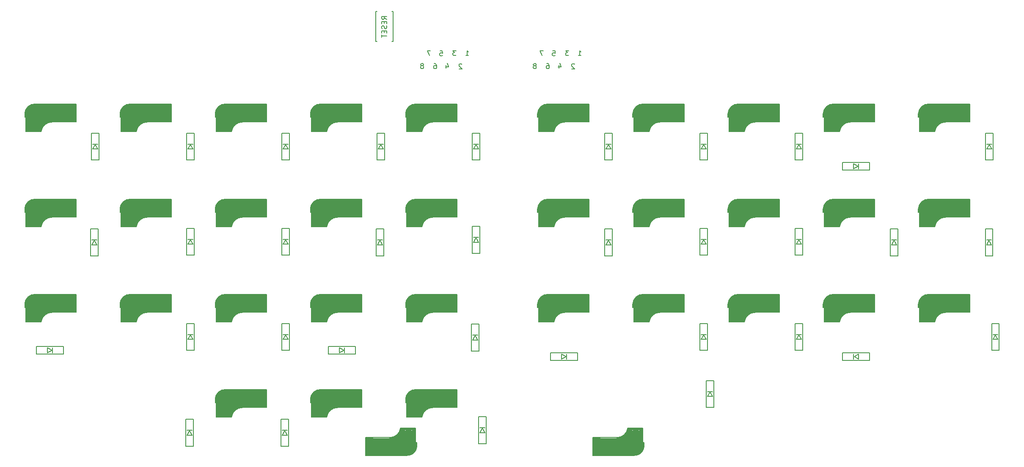
<source format=gbr>
G04 #@! TF.GenerationSoftware,KiCad,Pcbnew,(5.1.9)-1*
G04 #@! TF.CreationDate,2021-01-26T21:27:30-05:00*
G04 #@! TF.ProjectId,reviung34-split-L,72657669-756e-4673-9334-2d73706c6974,2.0*
G04 #@! TF.SameCoordinates,Original*
G04 #@! TF.FileFunction,Legend,Bot*
G04 #@! TF.FilePolarity,Positive*
%FSLAX46Y46*%
G04 Gerber Fmt 4.6, Leading zero omitted, Abs format (unit mm)*
G04 Created by KiCad (PCBNEW (5.1.9)-1) date 2021-01-26 21:27:30*
%MOMM*%
%LPD*%
G01*
G04 APERTURE LIST*
%ADD10C,0.150000*%
%ADD11C,1.000000*%
%ADD12C,0.400000*%
%ADD13C,0.500000*%
%ADD14C,3.500000*%
%ADD15C,3.000000*%
%ADD16C,0.800000*%
%ADD17C,0.300000*%
G04 APERTURE END LIST*
D10*
X131091318Y-140071471D02*
G75*
G02*
X128875000Y-141950000I-2151318J291471D01*
G01*
X134375000Y-143649999D02*
G75*
G02*
X132275001Y-145550000I-2000000J99999D01*
G01*
D11*
X131491318Y-140471471D02*
G75*
G02*
X129275000Y-142350000I-2151318J291471D01*
G01*
D12*
X124225000Y-145350000D02*
X125475000Y-145350000D01*
D13*
X133925000Y-140250000D02*
X131475000Y-140250000D01*
D10*
X124075000Y-145550000D02*
X132275001Y-145550000D01*
X128875000Y-141950000D02*
X124075000Y-141950000D01*
X134125000Y-140050000D02*
X131095000Y-140050000D01*
X134375000Y-143650000D02*
X134375000Y-142900000D01*
X134125000Y-144500000D02*
X134125000Y-140050000D01*
X134375000Y-142900000D02*
X134175000Y-142900000D01*
X124095000Y-142950000D02*
X124095000Y-145200000D01*
X124075000Y-141950000D02*
X124075000Y-145550000D01*
D14*
X125875000Y-143750000D02*
X132575000Y-143750000D01*
D11*
X124575000Y-144950000D02*
X124575000Y-142450000D01*
D13*
X124275000Y-142200000D02*
X125575000Y-142250000D01*
D15*
X132645000Y-144050000D02*
X132645000Y-141810000D01*
D16*
X133775000Y-140550000D02*
X133775000Y-142349999D01*
D17*
X134275000Y-143000000D02*
X134275000Y-143650000D01*
D10*
X176551318Y-140071471D02*
G75*
G02*
X174335000Y-141950000I-2151318J291471D01*
G01*
X179835000Y-143649999D02*
G75*
G02*
X177735001Y-145550000I-2000000J99999D01*
G01*
D11*
X176951318Y-140471471D02*
G75*
G02*
X174735000Y-142350000I-2151318J291471D01*
G01*
D12*
X169685000Y-145350000D02*
X170935000Y-145350000D01*
D13*
X179385000Y-140250000D02*
X176935000Y-140250000D01*
D10*
X169535000Y-145550000D02*
X177735001Y-145550000D01*
X174335000Y-141950000D02*
X169535000Y-141950000D01*
X179585000Y-140050000D02*
X176555000Y-140050000D01*
X179835000Y-143650000D02*
X179835000Y-142900000D01*
X179585000Y-144500000D02*
X179585000Y-140050000D01*
X179835000Y-142900000D02*
X179635000Y-142900000D01*
X169555000Y-142950000D02*
X169555000Y-145200000D01*
X169535000Y-141950000D02*
X169535000Y-145550000D01*
D14*
X171335000Y-143750000D02*
X178035000Y-143750000D01*
D11*
X170035000Y-144950000D02*
X170035000Y-142450000D01*
D13*
X169735000Y-142200000D02*
X171035000Y-142250000D01*
D15*
X178105000Y-144050000D02*
X178105000Y-141810000D01*
D16*
X179235000Y-140550000D02*
X179235000Y-142349999D01*
D17*
X179735000Y-143000000D02*
X179735000Y-143650000D01*
D10*
X237993682Y-118778529D02*
G75*
G02*
X240210000Y-116900000I2151318J-291471D01*
G01*
X234710000Y-115200001D02*
G75*
G02*
X236809999Y-113300000I2000000J-99999D01*
G01*
D11*
X237593682Y-118378529D02*
G75*
G02*
X239810000Y-116500000I2151318J-291471D01*
G01*
D12*
X244860000Y-113500000D02*
X243610000Y-113500000D01*
D13*
X235160000Y-118600000D02*
X237610000Y-118600000D01*
D10*
X245010000Y-113300000D02*
X236809999Y-113300000D01*
X240210000Y-116900000D02*
X245010000Y-116900000D01*
X234960000Y-118800000D02*
X237990000Y-118800000D01*
X234710000Y-115200000D02*
X234710000Y-115950000D01*
X234960000Y-114350000D02*
X234960000Y-118800000D01*
X234710000Y-115950000D02*
X234910000Y-115950000D01*
X244990000Y-115900000D02*
X244990000Y-113650000D01*
X245010000Y-116900000D02*
X245010000Y-113300000D01*
D14*
X243210000Y-115100000D02*
X236510000Y-115100000D01*
D11*
X244510000Y-113900000D02*
X244510000Y-116400000D01*
D13*
X244810000Y-116650000D02*
X243510000Y-116600000D01*
D15*
X236440000Y-114800000D02*
X236440000Y-117040000D01*
D16*
X235310000Y-118300000D02*
X235310000Y-116500001D01*
D17*
X234810000Y-115850000D02*
X234810000Y-115200000D01*
D10*
X237993682Y-99728529D02*
G75*
G02*
X240210000Y-97850000I2151318J-291471D01*
G01*
X234710000Y-96150001D02*
G75*
G02*
X236809999Y-94250000I2000000J-99999D01*
G01*
D11*
X237593682Y-99328529D02*
G75*
G02*
X239810000Y-97450000I2151318J-291471D01*
G01*
D12*
X244860000Y-94450000D02*
X243610000Y-94450000D01*
D13*
X235160000Y-99550000D02*
X237610000Y-99550000D01*
D10*
X245010000Y-94250000D02*
X236809999Y-94250000D01*
X240210000Y-97850000D02*
X245010000Y-97850000D01*
X234960000Y-99750000D02*
X237990000Y-99750000D01*
X234710000Y-96150000D02*
X234710000Y-96900000D01*
X234960000Y-95300000D02*
X234960000Y-99750000D01*
X234710000Y-96900000D02*
X234910000Y-96900000D01*
X244990000Y-96850000D02*
X244990000Y-94600000D01*
X245010000Y-97850000D02*
X245010000Y-94250000D01*
D14*
X243210000Y-96050000D02*
X236510000Y-96050000D01*
D11*
X244510000Y-94850000D02*
X244510000Y-97350000D01*
D13*
X244810000Y-97600000D02*
X243510000Y-97550000D01*
D15*
X236440000Y-95750000D02*
X236440000Y-97990000D01*
D16*
X235310000Y-99250000D02*
X235310000Y-97450001D01*
D17*
X234810000Y-96800000D02*
X234810000Y-96150000D01*
D10*
X237993682Y-80678529D02*
G75*
G02*
X240210000Y-78800000I2151318J-291471D01*
G01*
X234710000Y-77100001D02*
G75*
G02*
X236809999Y-75200000I2000000J-99999D01*
G01*
D11*
X237593682Y-80278529D02*
G75*
G02*
X239810000Y-78400000I2151318J-291471D01*
G01*
D12*
X244860000Y-75400000D02*
X243610000Y-75400000D01*
D13*
X235160000Y-80500000D02*
X237610000Y-80500000D01*
D10*
X245010000Y-75200000D02*
X236809999Y-75200000D01*
X240210000Y-78800000D02*
X245010000Y-78800000D01*
X234960000Y-80700000D02*
X237990000Y-80700000D01*
X234710000Y-77100000D02*
X234710000Y-77850000D01*
X234960000Y-76250000D02*
X234960000Y-80700000D01*
X234710000Y-77850000D02*
X234910000Y-77850000D01*
X244990000Y-77800000D02*
X244990000Y-75550000D01*
X245010000Y-78800000D02*
X245010000Y-75200000D01*
D14*
X243210000Y-77000000D02*
X236510000Y-77000000D01*
D11*
X244510000Y-75800000D02*
X244510000Y-78300000D01*
D13*
X244810000Y-78550000D02*
X243510000Y-78500000D01*
D15*
X236440000Y-76700000D02*
X236440000Y-78940000D01*
D16*
X235310000Y-80200000D02*
X235310000Y-78400001D01*
D17*
X234810000Y-77750000D02*
X234810000Y-77100000D01*
D10*
X218943682Y-118778529D02*
G75*
G02*
X221160000Y-116900000I2151318J-291471D01*
G01*
X215660000Y-115200001D02*
G75*
G02*
X217759999Y-113300000I2000000J-99999D01*
G01*
D11*
X218543682Y-118378529D02*
G75*
G02*
X220760000Y-116500000I2151318J-291471D01*
G01*
D12*
X225810000Y-113500000D02*
X224560000Y-113500000D01*
D13*
X216110000Y-118600000D02*
X218560000Y-118600000D01*
D10*
X225960000Y-113300000D02*
X217759999Y-113300000D01*
X221160000Y-116900000D02*
X225960000Y-116900000D01*
X215910000Y-118800000D02*
X218940000Y-118800000D01*
X215660000Y-115200000D02*
X215660000Y-115950000D01*
X215910000Y-114350000D02*
X215910000Y-118800000D01*
X215660000Y-115950000D02*
X215860000Y-115950000D01*
X225940000Y-115900000D02*
X225940000Y-113650000D01*
X225960000Y-116900000D02*
X225960000Y-113300000D01*
D14*
X224160000Y-115100000D02*
X217460000Y-115100000D01*
D11*
X225460000Y-113900000D02*
X225460000Y-116400000D01*
D13*
X225760000Y-116650000D02*
X224460000Y-116600000D01*
D15*
X217390000Y-114800000D02*
X217390000Y-117040000D01*
D16*
X216260000Y-118300000D02*
X216260000Y-116500001D01*
D17*
X215760000Y-115850000D02*
X215760000Y-115200000D01*
D10*
X199893682Y-118778529D02*
G75*
G02*
X202110000Y-116900000I2151318J-291471D01*
G01*
X196610000Y-115200001D02*
G75*
G02*
X198709999Y-113300000I2000000J-99999D01*
G01*
D11*
X199493682Y-118378529D02*
G75*
G02*
X201710000Y-116500000I2151318J-291471D01*
G01*
D12*
X206760000Y-113500000D02*
X205510000Y-113500000D01*
D13*
X197060000Y-118600000D02*
X199510000Y-118600000D01*
D10*
X206910000Y-113300000D02*
X198709999Y-113300000D01*
X202110000Y-116900000D02*
X206910000Y-116900000D01*
X196860000Y-118800000D02*
X199890000Y-118800000D01*
X196610000Y-115200000D02*
X196610000Y-115950000D01*
X196860000Y-114350000D02*
X196860000Y-118800000D01*
X196610000Y-115950000D02*
X196810000Y-115950000D01*
X206890000Y-115900000D02*
X206890000Y-113650000D01*
X206910000Y-116900000D02*
X206910000Y-113300000D01*
D14*
X205110000Y-115100000D02*
X198410000Y-115100000D01*
D11*
X206410000Y-113900000D02*
X206410000Y-116400000D01*
D13*
X206710000Y-116650000D02*
X205410000Y-116600000D01*
D15*
X198340000Y-114800000D02*
X198340000Y-117040000D01*
D16*
X197210000Y-118300000D02*
X197210000Y-116500001D01*
D17*
X196710000Y-115850000D02*
X196710000Y-115200000D01*
D10*
X180843682Y-118778529D02*
G75*
G02*
X183060000Y-116900000I2151318J-291471D01*
G01*
X177560000Y-115200001D02*
G75*
G02*
X179659999Y-113300000I2000000J-99999D01*
G01*
D11*
X180443682Y-118378529D02*
G75*
G02*
X182660000Y-116500000I2151318J-291471D01*
G01*
D12*
X187710000Y-113500000D02*
X186460000Y-113500000D01*
D13*
X178010000Y-118600000D02*
X180460000Y-118600000D01*
D10*
X187860000Y-113300000D02*
X179659999Y-113300000D01*
X183060000Y-116900000D02*
X187860000Y-116900000D01*
X177810000Y-118800000D02*
X180840000Y-118800000D01*
X177560000Y-115200000D02*
X177560000Y-115950000D01*
X177810000Y-114350000D02*
X177810000Y-118800000D01*
X177560000Y-115950000D02*
X177760000Y-115950000D01*
X187840000Y-115900000D02*
X187840000Y-113650000D01*
X187860000Y-116900000D02*
X187860000Y-113300000D01*
D14*
X186060000Y-115100000D02*
X179360000Y-115100000D01*
D11*
X187360000Y-113900000D02*
X187360000Y-116400000D01*
D13*
X187660000Y-116650000D02*
X186360000Y-116600000D01*
D15*
X179290000Y-114800000D02*
X179290000Y-117040000D01*
D16*
X178160000Y-118300000D02*
X178160000Y-116500001D01*
D17*
X177660000Y-115850000D02*
X177660000Y-115200000D01*
D10*
X161793682Y-118778529D02*
G75*
G02*
X164010000Y-116900000I2151318J-291471D01*
G01*
X158510000Y-115200001D02*
G75*
G02*
X160609999Y-113300000I2000000J-99999D01*
G01*
D11*
X161393682Y-118378529D02*
G75*
G02*
X163610000Y-116500000I2151318J-291471D01*
G01*
D12*
X168660000Y-113500000D02*
X167410000Y-113500000D01*
D13*
X158960000Y-118600000D02*
X161410000Y-118600000D01*
D10*
X168810000Y-113300000D02*
X160609999Y-113300000D01*
X164010000Y-116900000D02*
X168810000Y-116900000D01*
X158760000Y-118800000D02*
X161790000Y-118800000D01*
X158510000Y-115200000D02*
X158510000Y-115950000D01*
X158760000Y-114350000D02*
X158760000Y-118800000D01*
X158510000Y-115950000D02*
X158710000Y-115950000D01*
X168790000Y-115900000D02*
X168790000Y-113650000D01*
X168810000Y-116900000D02*
X168810000Y-113300000D01*
D14*
X167010000Y-115100000D02*
X160310000Y-115100000D01*
D11*
X168310000Y-113900000D02*
X168310000Y-116400000D01*
D13*
X168610000Y-116650000D02*
X167310000Y-116600000D01*
D15*
X160240000Y-114800000D02*
X160240000Y-117040000D01*
D16*
X159110000Y-118300000D02*
X159110000Y-116500001D01*
D17*
X158610000Y-115850000D02*
X158610000Y-115200000D01*
D10*
X218943682Y-99728529D02*
G75*
G02*
X221160000Y-97850000I2151318J-291471D01*
G01*
X215660000Y-96150001D02*
G75*
G02*
X217759999Y-94250000I2000000J-99999D01*
G01*
D11*
X218543682Y-99328529D02*
G75*
G02*
X220760000Y-97450000I2151318J-291471D01*
G01*
D12*
X225810000Y-94450000D02*
X224560000Y-94450000D01*
D13*
X216110000Y-99550000D02*
X218560000Y-99550000D01*
D10*
X225960000Y-94250000D02*
X217759999Y-94250000D01*
X221160000Y-97850000D02*
X225960000Y-97850000D01*
X215910000Y-99750000D02*
X218940000Y-99750000D01*
X215660000Y-96150000D02*
X215660000Y-96900000D01*
X215910000Y-95300000D02*
X215910000Y-99750000D01*
X215660000Y-96900000D02*
X215860000Y-96900000D01*
X225940000Y-96850000D02*
X225940000Y-94600000D01*
X225960000Y-97850000D02*
X225960000Y-94250000D01*
D14*
X224160000Y-96050000D02*
X217460000Y-96050000D01*
D11*
X225460000Y-94850000D02*
X225460000Y-97350000D01*
D13*
X225760000Y-97600000D02*
X224460000Y-97550000D01*
D15*
X217390000Y-95750000D02*
X217390000Y-97990000D01*
D16*
X216260000Y-99250000D02*
X216260000Y-97450001D01*
D17*
X215760000Y-96800000D02*
X215760000Y-96150000D01*
D10*
X199893682Y-99728529D02*
G75*
G02*
X202110000Y-97850000I2151318J-291471D01*
G01*
X196610000Y-96150001D02*
G75*
G02*
X198709999Y-94250000I2000000J-99999D01*
G01*
D11*
X199493682Y-99328529D02*
G75*
G02*
X201710000Y-97450000I2151318J-291471D01*
G01*
D12*
X206760000Y-94450000D02*
X205510000Y-94450000D01*
D13*
X197060000Y-99550000D02*
X199510000Y-99550000D01*
D10*
X206910000Y-94250000D02*
X198709999Y-94250000D01*
X202110000Y-97850000D02*
X206910000Y-97850000D01*
X196860000Y-99750000D02*
X199890000Y-99750000D01*
X196610000Y-96150000D02*
X196610000Y-96900000D01*
X196860000Y-95300000D02*
X196860000Y-99750000D01*
X196610000Y-96900000D02*
X196810000Y-96900000D01*
X206890000Y-96850000D02*
X206890000Y-94600000D01*
X206910000Y-97850000D02*
X206910000Y-94250000D01*
D14*
X205110000Y-96050000D02*
X198410000Y-96050000D01*
D11*
X206410000Y-94850000D02*
X206410000Y-97350000D01*
D13*
X206710000Y-97600000D02*
X205410000Y-97550000D01*
D15*
X198340000Y-95750000D02*
X198340000Y-97990000D01*
D16*
X197210000Y-99250000D02*
X197210000Y-97450001D01*
D17*
X196710000Y-96800000D02*
X196710000Y-96150000D01*
D10*
X180843682Y-99728529D02*
G75*
G02*
X183060000Y-97850000I2151318J-291471D01*
G01*
X177560000Y-96150001D02*
G75*
G02*
X179659999Y-94250000I2000000J-99999D01*
G01*
D11*
X180443682Y-99328529D02*
G75*
G02*
X182660000Y-97450000I2151318J-291471D01*
G01*
D12*
X187710000Y-94450000D02*
X186460000Y-94450000D01*
D13*
X178010000Y-99550000D02*
X180460000Y-99550000D01*
D10*
X187860000Y-94250000D02*
X179659999Y-94250000D01*
X183060000Y-97850000D02*
X187860000Y-97850000D01*
X177810000Y-99750000D02*
X180840000Y-99750000D01*
X177560000Y-96150000D02*
X177560000Y-96900000D01*
X177810000Y-95300000D02*
X177810000Y-99750000D01*
X177560000Y-96900000D02*
X177760000Y-96900000D01*
X187840000Y-96850000D02*
X187840000Y-94600000D01*
X187860000Y-97850000D02*
X187860000Y-94250000D01*
D14*
X186060000Y-96050000D02*
X179360000Y-96050000D01*
D11*
X187360000Y-94850000D02*
X187360000Y-97350000D01*
D13*
X187660000Y-97600000D02*
X186360000Y-97550000D01*
D15*
X179290000Y-95750000D02*
X179290000Y-97990000D01*
D16*
X178160000Y-99250000D02*
X178160000Y-97450001D01*
D17*
X177660000Y-96800000D02*
X177660000Y-96150000D01*
D10*
X161793682Y-99728529D02*
G75*
G02*
X164010000Y-97850000I2151318J-291471D01*
G01*
X158510000Y-96150001D02*
G75*
G02*
X160609999Y-94250000I2000000J-99999D01*
G01*
D11*
X161393682Y-99328529D02*
G75*
G02*
X163610000Y-97450000I2151318J-291471D01*
G01*
D12*
X168660000Y-94450000D02*
X167410000Y-94450000D01*
D13*
X158960000Y-99550000D02*
X161410000Y-99550000D01*
D10*
X168810000Y-94250000D02*
X160609999Y-94250000D01*
X164010000Y-97850000D02*
X168810000Y-97850000D01*
X158760000Y-99750000D02*
X161790000Y-99750000D01*
X158510000Y-96150000D02*
X158510000Y-96900000D01*
X158760000Y-95300000D02*
X158760000Y-99750000D01*
X158510000Y-96900000D02*
X158710000Y-96900000D01*
X168790000Y-96850000D02*
X168790000Y-94600000D01*
X168810000Y-97850000D02*
X168810000Y-94250000D01*
D14*
X167010000Y-96050000D02*
X160310000Y-96050000D01*
D11*
X168310000Y-94850000D02*
X168310000Y-97350000D01*
D13*
X168610000Y-97600000D02*
X167310000Y-97550000D01*
D15*
X160240000Y-95750000D02*
X160240000Y-97990000D01*
D16*
X159110000Y-99250000D02*
X159110000Y-97450001D01*
D17*
X158610000Y-96800000D02*
X158610000Y-96150000D01*
D10*
X218943682Y-80678529D02*
G75*
G02*
X221160000Y-78800000I2151318J-291471D01*
G01*
X215660000Y-77100001D02*
G75*
G02*
X217759999Y-75200000I2000000J-99999D01*
G01*
D11*
X218543682Y-80278529D02*
G75*
G02*
X220760000Y-78400000I2151318J-291471D01*
G01*
D12*
X225810000Y-75400000D02*
X224560000Y-75400000D01*
D13*
X216110000Y-80500000D02*
X218560000Y-80500000D01*
D10*
X225960000Y-75200000D02*
X217759999Y-75200000D01*
X221160000Y-78800000D02*
X225960000Y-78800000D01*
X215910000Y-80700000D02*
X218940000Y-80700000D01*
X215660000Y-77100000D02*
X215660000Y-77850000D01*
X215910000Y-76250000D02*
X215910000Y-80700000D01*
X215660000Y-77850000D02*
X215860000Y-77850000D01*
X225940000Y-77800000D02*
X225940000Y-75550000D01*
X225960000Y-78800000D02*
X225960000Y-75200000D01*
D14*
X224160000Y-77000000D02*
X217460000Y-77000000D01*
D11*
X225460000Y-75800000D02*
X225460000Y-78300000D01*
D13*
X225760000Y-78550000D02*
X224460000Y-78500000D01*
D15*
X217390000Y-76700000D02*
X217390000Y-78940000D01*
D16*
X216260000Y-80200000D02*
X216260000Y-78400001D01*
D17*
X215760000Y-77750000D02*
X215760000Y-77100000D01*
D10*
X199893682Y-80678529D02*
G75*
G02*
X202110000Y-78800000I2151318J-291471D01*
G01*
X196610000Y-77100001D02*
G75*
G02*
X198709999Y-75200000I2000000J-99999D01*
G01*
D11*
X199493682Y-80278529D02*
G75*
G02*
X201710000Y-78400000I2151318J-291471D01*
G01*
D12*
X206760000Y-75400000D02*
X205510000Y-75400000D01*
D13*
X197060000Y-80500000D02*
X199510000Y-80500000D01*
D10*
X206910000Y-75200000D02*
X198709999Y-75200000D01*
X202110000Y-78800000D02*
X206910000Y-78800000D01*
X196860000Y-80700000D02*
X199890000Y-80700000D01*
X196610000Y-77100000D02*
X196610000Y-77850000D01*
X196860000Y-76250000D02*
X196860000Y-80700000D01*
X196610000Y-77850000D02*
X196810000Y-77850000D01*
X206890000Y-77800000D02*
X206890000Y-75550000D01*
X206910000Y-78800000D02*
X206910000Y-75200000D01*
D14*
X205110000Y-77000000D02*
X198410000Y-77000000D01*
D11*
X206410000Y-75800000D02*
X206410000Y-78300000D01*
D13*
X206710000Y-78550000D02*
X205410000Y-78500000D01*
D15*
X198340000Y-76700000D02*
X198340000Y-78940000D01*
D16*
X197210000Y-80200000D02*
X197210000Y-78400001D01*
D17*
X196710000Y-77750000D02*
X196710000Y-77100000D01*
D10*
X180843682Y-80678529D02*
G75*
G02*
X183060000Y-78800000I2151318J-291471D01*
G01*
X177560000Y-77100001D02*
G75*
G02*
X179659999Y-75200000I2000000J-99999D01*
G01*
D11*
X180443682Y-80278529D02*
G75*
G02*
X182660000Y-78400000I2151318J-291471D01*
G01*
D12*
X187710000Y-75400000D02*
X186460000Y-75400000D01*
D13*
X178010000Y-80500000D02*
X180460000Y-80500000D01*
D10*
X187860000Y-75200000D02*
X179659999Y-75200000D01*
X183060000Y-78800000D02*
X187860000Y-78800000D01*
X177810000Y-80700000D02*
X180840000Y-80700000D01*
X177560000Y-77100000D02*
X177560000Y-77850000D01*
X177810000Y-76250000D02*
X177810000Y-80700000D01*
X177560000Y-77850000D02*
X177760000Y-77850000D01*
X187840000Y-77800000D02*
X187840000Y-75550000D01*
X187860000Y-78800000D02*
X187860000Y-75200000D01*
D14*
X186060000Y-77000000D02*
X179360000Y-77000000D01*
D11*
X187360000Y-75800000D02*
X187360000Y-78300000D01*
D13*
X187660000Y-78550000D02*
X186360000Y-78500000D01*
D15*
X179290000Y-76700000D02*
X179290000Y-78940000D01*
D16*
X178160000Y-80200000D02*
X178160000Y-78400001D01*
D17*
X177660000Y-77750000D02*
X177660000Y-77100000D01*
D10*
X161793682Y-80678529D02*
G75*
G02*
X164010000Y-78800000I2151318J-291471D01*
G01*
X158510000Y-77100001D02*
G75*
G02*
X160609999Y-75200000I2000000J-99999D01*
G01*
D11*
X161393682Y-80278529D02*
G75*
G02*
X163610000Y-78400000I2151318J-291471D01*
G01*
D12*
X168660000Y-75400000D02*
X167410000Y-75400000D01*
D13*
X158960000Y-80500000D02*
X161410000Y-80500000D01*
D10*
X168810000Y-75200000D02*
X160609999Y-75200000D01*
X164010000Y-78800000D02*
X168810000Y-78800000D01*
X158760000Y-80700000D02*
X161790000Y-80700000D01*
X158510000Y-77100000D02*
X158510000Y-77850000D01*
X158760000Y-76250000D02*
X158760000Y-80700000D01*
X158510000Y-77850000D02*
X158710000Y-77850000D01*
X168790000Y-77800000D02*
X168790000Y-75550000D01*
X168810000Y-78800000D02*
X168810000Y-75200000D01*
D14*
X167010000Y-77000000D02*
X160310000Y-77000000D01*
D11*
X168310000Y-75800000D02*
X168310000Y-78300000D01*
D13*
X168610000Y-78550000D02*
X167310000Y-78500000D01*
D15*
X160240000Y-76700000D02*
X160240000Y-78940000D01*
D16*
X159110000Y-80200000D02*
X159110000Y-78400001D01*
D17*
X158610000Y-77750000D02*
X158610000Y-77100000D01*
D10*
X135383682Y-137828529D02*
G75*
G02*
X137600000Y-135950000I2151318J-291471D01*
G01*
X132100000Y-134250001D02*
G75*
G02*
X134199999Y-132350000I2000000J-99999D01*
G01*
D11*
X134983682Y-137428529D02*
G75*
G02*
X137200000Y-135550000I2151318J-291471D01*
G01*
D12*
X142250000Y-132550000D02*
X141000000Y-132550000D01*
D13*
X132550000Y-137650000D02*
X135000000Y-137650000D01*
D10*
X142400000Y-132350000D02*
X134199999Y-132350000D01*
X137600000Y-135950000D02*
X142400000Y-135950000D01*
X132350000Y-137850000D02*
X135380000Y-137850000D01*
X132100000Y-134250000D02*
X132100000Y-135000000D01*
X132350000Y-133400000D02*
X132350000Y-137850000D01*
X132100000Y-135000000D02*
X132300000Y-135000000D01*
X142380000Y-134950000D02*
X142380000Y-132700000D01*
X142400000Y-135950000D02*
X142400000Y-132350000D01*
D14*
X140600000Y-134150000D02*
X133900000Y-134150000D01*
D11*
X141900000Y-132950000D02*
X141900000Y-135450000D01*
D13*
X142200000Y-135700000D02*
X140900000Y-135650000D01*
D15*
X133830000Y-133850000D02*
X133830000Y-136090000D01*
D16*
X132700000Y-137350000D02*
X132700000Y-135550001D01*
D17*
X132200000Y-134900000D02*
X132200000Y-134250000D01*
D10*
X116333682Y-137828529D02*
G75*
G02*
X118550000Y-135950000I2151318J-291471D01*
G01*
X113050000Y-134250001D02*
G75*
G02*
X115149999Y-132350000I2000000J-99999D01*
G01*
D11*
X115933682Y-137428529D02*
G75*
G02*
X118150000Y-135550000I2151318J-291471D01*
G01*
D12*
X123200000Y-132550000D02*
X121950000Y-132550000D01*
D13*
X113500000Y-137650000D02*
X115950000Y-137650000D01*
D10*
X123350000Y-132350000D02*
X115149999Y-132350000D01*
X118550000Y-135950000D02*
X123350000Y-135950000D01*
X113300000Y-137850000D02*
X116330000Y-137850000D01*
X113050000Y-134250000D02*
X113050000Y-135000000D01*
X113300000Y-133400000D02*
X113300000Y-137850000D01*
X113050000Y-135000000D02*
X113250000Y-135000000D01*
X123330000Y-134950000D02*
X123330000Y-132700000D01*
X123350000Y-135950000D02*
X123350000Y-132350000D01*
D14*
X121550000Y-134150000D02*
X114850000Y-134150000D01*
D11*
X122850000Y-132950000D02*
X122850000Y-135450000D01*
D13*
X123150000Y-135700000D02*
X121850000Y-135650000D01*
D15*
X114780000Y-133850000D02*
X114780000Y-136090000D01*
D16*
X113650000Y-137350000D02*
X113650000Y-135550001D01*
D17*
X113150000Y-134900000D02*
X113150000Y-134250000D01*
D10*
X97283682Y-137828529D02*
G75*
G02*
X99500000Y-135950000I2151318J-291471D01*
G01*
X94000000Y-134250001D02*
G75*
G02*
X96099999Y-132350000I2000000J-99999D01*
G01*
D11*
X96883682Y-137428529D02*
G75*
G02*
X99100000Y-135550000I2151318J-291471D01*
G01*
D12*
X104150000Y-132550000D02*
X102900000Y-132550000D01*
D13*
X94450000Y-137650000D02*
X96900000Y-137650000D01*
D10*
X104300000Y-132350000D02*
X96099999Y-132350000D01*
X99500000Y-135950000D02*
X104300000Y-135950000D01*
X94250000Y-137850000D02*
X97280000Y-137850000D01*
X94000000Y-134250000D02*
X94000000Y-135000000D01*
X94250000Y-133400000D02*
X94250000Y-137850000D01*
X94000000Y-135000000D02*
X94200000Y-135000000D01*
X104280000Y-134950000D02*
X104280000Y-132700000D01*
X104300000Y-135950000D02*
X104300000Y-132350000D01*
D14*
X102500000Y-134150000D02*
X95800000Y-134150000D01*
D11*
X103800000Y-132950000D02*
X103800000Y-135450000D01*
D13*
X104100000Y-135700000D02*
X102800000Y-135650000D01*
D15*
X95730000Y-133850000D02*
X95730000Y-136090000D01*
D16*
X94600000Y-137350000D02*
X94600000Y-135550001D01*
D17*
X94100000Y-134900000D02*
X94100000Y-134250000D01*
D10*
X135383682Y-118778529D02*
G75*
G02*
X137600000Y-116900000I2151318J-291471D01*
G01*
X132100000Y-115200001D02*
G75*
G02*
X134199999Y-113300000I2000000J-99999D01*
G01*
D11*
X134983682Y-118378529D02*
G75*
G02*
X137200000Y-116500000I2151318J-291471D01*
G01*
D12*
X142250000Y-113500000D02*
X141000000Y-113500000D01*
D13*
X132550000Y-118600000D02*
X135000000Y-118600000D01*
D10*
X142400000Y-113300000D02*
X134199999Y-113300000D01*
X137600000Y-116900000D02*
X142400000Y-116900000D01*
X132350000Y-118800000D02*
X135380000Y-118800000D01*
X132100000Y-115200000D02*
X132100000Y-115950000D01*
X132350000Y-114350000D02*
X132350000Y-118800000D01*
X132100000Y-115950000D02*
X132300000Y-115950000D01*
X142380000Y-115900000D02*
X142380000Y-113650000D01*
X142400000Y-116900000D02*
X142400000Y-113300000D01*
D14*
X140600000Y-115100000D02*
X133900000Y-115100000D01*
D11*
X141900000Y-113900000D02*
X141900000Y-116400000D01*
D13*
X142200000Y-116650000D02*
X140900000Y-116600000D01*
D15*
X133830000Y-114800000D02*
X133830000Y-117040000D01*
D16*
X132700000Y-118300000D02*
X132700000Y-116500001D01*
D17*
X132200000Y-115850000D02*
X132200000Y-115200000D01*
D10*
X116333682Y-118778529D02*
G75*
G02*
X118550000Y-116900000I2151318J-291471D01*
G01*
X113050000Y-115200001D02*
G75*
G02*
X115149999Y-113300000I2000000J-99999D01*
G01*
D11*
X115933682Y-118378529D02*
G75*
G02*
X118150000Y-116500000I2151318J-291471D01*
G01*
D12*
X123200000Y-113500000D02*
X121950000Y-113500000D01*
D13*
X113500000Y-118600000D02*
X115950000Y-118600000D01*
D10*
X123350000Y-113300000D02*
X115149999Y-113300000D01*
X118550000Y-116900000D02*
X123350000Y-116900000D01*
X113300000Y-118800000D02*
X116330000Y-118800000D01*
X113050000Y-115200000D02*
X113050000Y-115950000D01*
X113300000Y-114350000D02*
X113300000Y-118800000D01*
X113050000Y-115950000D02*
X113250000Y-115950000D01*
X123330000Y-115900000D02*
X123330000Y-113650000D01*
X123350000Y-116900000D02*
X123350000Y-113300000D01*
D14*
X121550000Y-115100000D02*
X114850000Y-115100000D01*
D11*
X122850000Y-113900000D02*
X122850000Y-116400000D01*
D13*
X123150000Y-116650000D02*
X121850000Y-116600000D01*
D15*
X114780000Y-114800000D02*
X114780000Y-117040000D01*
D16*
X113650000Y-118300000D02*
X113650000Y-116500001D01*
D17*
X113150000Y-115850000D02*
X113150000Y-115200000D01*
D10*
X97283682Y-118778529D02*
G75*
G02*
X99500000Y-116900000I2151318J-291471D01*
G01*
X94000000Y-115200001D02*
G75*
G02*
X96099999Y-113300000I2000000J-99999D01*
G01*
D11*
X96883682Y-118378529D02*
G75*
G02*
X99100000Y-116500000I2151318J-291471D01*
G01*
D12*
X104150000Y-113500000D02*
X102900000Y-113500000D01*
D13*
X94450000Y-118600000D02*
X96900000Y-118600000D01*
D10*
X104300000Y-113300000D02*
X96099999Y-113300000D01*
X99500000Y-116900000D02*
X104300000Y-116900000D01*
X94250000Y-118800000D02*
X97280000Y-118800000D01*
X94000000Y-115200000D02*
X94000000Y-115950000D01*
X94250000Y-114350000D02*
X94250000Y-118800000D01*
X94000000Y-115950000D02*
X94200000Y-115950000D01*
X104280000Y-115900000D02*
X104280000Y-113650000D01*
X104300000Y-116900000D02*
X104300000Y-113300000D01*
D14*
X102500000Y-115100000D02*
X95800000Y-115100000D01*
D11*
X103800000Y-113900000D02*
X103800000Y-116400000D01*
D13*
X104100000Y-116650000D02*
X102800000Y-116600000D01*
D15*
X95730000Y-114800000D02*
X95730000Y-117040000D01*
D16*
X94600000Y-118300000D02*
X94600000Y-116500001D01*
D17*
X94100000Y-115850000D02*
X94100000Y-115200000D01*
D10*
X78233682Y-118778529D02*
G75*
G02*
X80450000Y-116900000I2151318J-291471D01*
G01*
X74950000Y-115200001D02*
G75*
G02*
X77049999Y-113300000I2000000J-99999D01*
G01*
D11*
X77833682Y-118378529D02*
G75*
G02*
X80050000Y-116500000I2151318J-291471D01*
G01*
D12*
X85100000Y-113500000D02*
X83850000Y-113500000D01*
D13*
X75400000Y-118600000D02*
X77850000Y-118600000D01*
D10*
X85250000Y-113300000D02*
X77049999Y-113300000D01*
X80450000Y-116900000D02*
X85250000Y-116900000D01*
X75200000Y-118800000D02*
X78230000Y-118800000D01*
X74950000Y-115200000D02*
X74950000Y-115950000D01*
X75200000Y-114350000D02*
X75200000Y-118800000D01*
X74950000Y-115950000D02*
X75150000Y-115950000D01*
X85230000Y-115900000D02*
X85230000Y-113650000D01*
X85250000Y-116900000D02*
X85250000Y-113300000D01*
D14*
X83450000Y-115100000D02*
X76750000Y-115100000D01*
D11*
X84750000Y-113900000D02*
X84750000Y-116400000D01*
D13*
X85050000Y-116650000D02*
X83750000Y-116600000D01*
D15*
X76680000Y-114800000D02*
X76680000Y-117040000D01*
D16*
X75550000Y-118300000D02*
X75550000Y-116500001D01*
D17*
X75050000Y-115850000D02*
X75050000Y-115200000D01*
D10*
X59183682Y-118778529D02*
G75*
G02*
X61400000Y-116900000I2151318J-291471D01*
G01*
X55900000Y-115200001D02*
G75*
G02*
X57999999Y-113300000I2000000J-99999D01*
G01*
D11*
X58783682Y-118378529D02*
G75*
G02*
X61000000Y-116500000I2151318J-291471D01*
G01*
D12*
X66050000Y-113500000D02*
X64800000Y-113500000D01*
D13*
X56350000Y-118600000D02*
X58800000Y-118600000D01*
D10*
X66200000Y-113300000D02*
X57999999Y-113300000D01*
X61400000Y-116900000D02*
X66200000Y-116900000D01*
X56150000Y-118800000D02*
X59180000Y-118800000D01*
X55900000Y-115200000D02*
X55900000Y-115950000D01*
X56150000Y-114350000D02*
X56150000Y-118800000D01*
X55900000Y-115950000D02*
X56100000Y-115950000D01*
X66180000Y-115900000D02*
X66180000Y-113650000D01*
X66200000Y-116900000D02*
X66200000Y-113300000D01*
D14*
X64400000Y-115100000D02*
X57700000Y-115100000D01*
D11*
X65700000Y-113900000D02*
X65700000Y-116400000D01*
D13*
X66000000Y-116650000D02*
X64700000Y-116600000D01*
D15*
X57630000Y-114800000D02*
X57630000Y-117040000D01*
D16*
X56500000Y-118300000D02*
X56500000Y-116500001D01*
D17*
X56000000Y-115850000D02*
X56000000Y-115200000D01*
D10*
X135383682Y-99728529D02*
G75*
G02*
X137600000Y-97850000I2151318J-291471D01*
G01*
X132100000Y-96150001D02*
G75*
G02*
X134199999Y-94250000I2000000J-99999D01*
G01*
D11*
X134983682Y-99328529D02*
G75*
G02*
X137200000Y-97450000I2151318J-291471D01*
G01*
D12*
X142250000Y-94450000D02*
X141000000Y-94450000D01*
D13*
X132550000Y-99550000D02*
X135000000Y-99550000D01*
D10*
X142400000Y-94250000D02*
X134199999Y-94250000D01*
X137600000Y-97850000D02*
X142400000Y-97850000D01*
X132350000Y-99750000D02*
X135380000Y-99750000D01*
X132100000Y-96150000D02*
X132100000Y-96900000D01*
X132350000Y-95300000D02*
X132350000Y-99750000D01*
X132100000Y-96900000D02*
X132300000Y-96900000D01*
X142380000Y-96850000D02*
X142380000Y-94600000D01*
X142400000Y-97850000D02*
X142400000Y-94250000D01*
D14*
X140600000Y-96050000D02*
X133900000Y-96050000D01*
D11*
X141900000Y-94850000D02*
X141900000Y-97350000D01*
D13*
X142200000Y-97600000D02*
X140900000Y-97550000D01*
D15*
X133830000Y-95750000D02*
X133830000Y-97990000D01*
D16*
X132700000Y-99250000D02*
X132700000Y-97450001D01*
D17*
X132200000Y-96800000D02*
X132200000Y-96150000D01*
D10*
X116333682Y-99728529D02*
G75*
G02*
X118550000Y-97850000I2151318J-291471D01*
G01*
X113050000Y-96150001D02*
G75*
G02*
X115149999Y-94250000I2000000J-99999D01*
G01*
D11*
X115933682Y-99328529D02*
G75*
G02*
X118150000Y-97450000I2151318J-291471D01*
G01*
D12*
X123200000Y-94450000D02*
X121950000Y-94450000D01*
D13*
X113500000Y-99550000D02*
X115950000Y-99550000D01*
D10*
X123350000Y-94250000D02*
X115149999Y-94250000D01*
X118550000Y-97850000D02*
X123350000Y-97850000D01*
X113300000Y-99750000D02*
X116330000Y-99750000D01*
X113050000Y-96150000D02*
X113050000Y-96900000D01*
X113300000Y-95300000D02*
X113300000Y-99750000D01*
X113050000Y-96900000D02*
X113250000Y-96900000D01*
X123330000Y-96850000D02*
X123330000Y-94600000D01*
X123350000Y-97850000D02*
X123350000Y-94250000D01*
D14*
X121550000Y-96050000D02*
X114850000Y-96050000D01*
D11*
X122850000Y-94850000D02*
X122850000Y-97350000D01*
D13*
X123150000Y-97600000D02*
X121850000Y-97550000D01*
D15*
X114780000Y-95750000D02*
X114780000Y-97990000D01*
D16*
X113650000Y-99250000D02*
X113650000Y-97450001D01*
D17*
X113150000Y-96800000D02*
X113150000Y-96150000D01*
D10*
X97283682Y-99728529D02*
G75*
G02*
X99500000Y-97850000I2151318J-291471D01*
G01*
X94000000Y-96150001D02*
G75*
G02*
X96099999Y-94250000I2000000J-99999D01*
G01*
D11*
X96883682Y-99328529D02*
G75*
G02*
X99100000Y-97450000I2151318J-291471D01*
G01*
D12*
X104150000Y-94450000D02*
X102900000Y-94450000D01*
D13*
X94450000Y-99550000D02*
X96900000Y-99550000D01*
D10*
X104300000Y-94250000D02*
X96099999Y-94250000D01*
X99500000Y-97850000D02*
X104300000Y-97850000D01*
X94250000Y-99750000D02*
X97280000Y-99750000D01*
X94000000Y-96150000D02*
X94000000Y-96900000D01*
X94250000Y-95300000D02*
X94250000Y-99750000D01*
X94000000Y-96900000D02*
X94200000Y-96900000D01*
X104280000Y-96850000D02*
X104280000Y-94600000D01*
X104300000Y-97850000D02*
X104300000Y-94250000D01*
D14*
X102500000Y-96050000D02*
X95800000Y-96050000D01*
D11*
X103800000Y-94850000D02*
X103800000Y-97350000D01*
D13*
X104100000Y-97600000D02*
X102800000Y-97550000D01*
D15*
X95730000Y-95750000D02*
X95730000Y-97990000D01*
D16*
X94600000Y-99250000D02*
X94600000Y-97450001D01*
D17*
X94100000Y-96800000D02*
X94100000Y-96150000D01*
D10*
X78233682Y-99728529D02*
G75*
G02*
X80450000Y-97850000I2151318J-291471D01*
G01*
X74950000Y-96150001D02*
G75*
G02*
X77049999Y-94250000I2000000J-99999D01*
G01*
D11*
X77833682Y-99328529D02*
G75*
G02*
X80050000Y-97450000I2151318J-291471D01*
G01*
D12*
X85100000Y-94450000D02*
X83850000Y-94450000D01*
D13*
X75400000Y-99550000D02*
X77850000Y-99550000D01*
D10*
X85250000Y-94250000D02*
X77049999Y-94250000D01*
X80450000Y-97850000D02*
X85250000Y-97850000D01*
X75200000Y-99750000D02*
X78230000Y-99750000D01*
X74950000Y-96150000D02*
X74950000Y-96900000D01*
X75200000Y-95300000D02*
X75200000Y-99750000D01*
X74950000Y-96900000D02*
X75150000Y-96900000D01*
X85230000Y-96850000D02*
X85230000Y-94600000D01*
X85250000Y-97850000D02*
X85250000Y-94250000D01*
D14*
X83450000Y-96050000D02*
X76750000Y-96050000D01*
D11*
X84750000Y-94850000D02*
X84750000Y-97350000D01*
D13*
X85050000Y-97600000D02*
X83750000Y-97550000D01*
D15*
X76680000Y-95750000D02*
X76680000Y-97990000D01*
D16*
X75550000Y-99250000D02*
X75550000Y-97450001D01*
D17*
X75050000Y-96800000D02*
X75050000Y-96150000D01*
D10*
X59183682Y-99728529D02*
G75*
G02*
X61400000Y-97850000I2151318J-291471D01*
G01*
X55900000Y-96150001D02*
G75*
G02*
X57999999Y-94250000I2000000J-99999D01*
G01*
D11*
X58783682Y-99328529D02*
G75*
G02*
X61000000Y-97450000I2151318J-291471D01*
G01*
D12*
X66050000Y-94450000D02*
X64800000Y-94450000D01*
D13*
X56350000Y-99550000D02*
X58800000Y-99550000D01*
D10*
X66200000Y-94250000D02*
X57999999Y-94250000D01*
X61400000Y-97850000D02*
X66200000Y-97850000D01*
X56150000Y-99750000D02*
X59180000Y-99750000D01*
X55900000Y-96150000D02*
X55900000Y-96900000D01*
X56150000Y-95300000D02*
X56150000Y-99750000D01*
X55900000Y-96900000D02*
X56100000Y-96900000D01*
X66180000Y-96850000D02*
X66180000Y-94600000D01*
X66200000Y-97850000D02*
X66200000Y-94250000D01*
D14*
X64400000Y-96050000D02*
X57700000Y-96050000D01*
D11*
X65700000Y-94850000D02*
X65700000Y-97350000D01*
D13*
X66000000Y-97600000D02*
X64700000Y-97550000D01*
D15*
X57630000Y-95750000D02*
X57630000Y-97990000D01*
D16*
X56500000Y-99250000D02*
X56500000Y-97450001D01*
D17*
X56000000Y-96800000D02*
X56000000Y-96150000D01*
D10*
X135383682Y-80678529D02*
G75*
G02*
X137600000Y-78800000I2151318J-291471D01*
G01*
X132100000Y-77100001D02*
G75*
G02*
X134199999Y-75200000I2000000J-99999D01*
G01*
D11*
X134983682Y-80278529D02*
G75*
G02*
X137200000Y-78400000I2151318J-291471D01*
G01*
D12*
X142250000Y-75400000D02*
X141000000Y-75400000D01*
D13*
X132550000Y-80500000D02*
X135000000Y-80500000D01*
D10*
X142400000Y-75200000D02*
X134199999Y-75200000D01*
X137600000Y-78800000D02*
X142400000Y-78800000D01*
X132350000Y-80700000D02*
X135380000Y-80700000D01*
X132100000Y-77100000D02*
X132100000Y-77850000D01*
X132350000Y-76250000D02*
X132350000Y-80700000D01*
X132100000Y-77850000D02*
X132300000Y-77850000D01*
X142380000Y-77800000D02*
X142380000Y-75550000D01*
X142400000Y-78800000D02*
X142400000Y-75200000D01*
D14*
X140600000Y-77000000D02*
X133900000Y-77000000D01*
D11*
X141900000Y-75800000D02*
X141900000Y-78300000D01*
D13*
X142200000Y-78550000D02*
X140900000Y-78500000D01*
D15*
X133830000Y-76700000D02*
X133830000Y-78940000D01*
D16*
X132700000Y-80200000D02*
X132700000Y-78400001D01*
D17*
X132200000Y-77750000D02*
X132200000Y-77100000D01*
D10*
X116333682Y-80678529D02*
G75*
G02*
X118550000Y-78800000I2151318J-291471D01*
G01*
X113050000Y-77100001D02*
G75*
G02*
X115149999Y-75200000I2000000J-99999D01*
G01*
D11*
X115933682Y-80278529D02*
G75*
G02*
X118150000Y-78400000I2151318J-291471D01*
G01*
D12*
X123200000Y-75400000D02*
X121950000Y-75400000D01*
D13*
X113500000Y-80500000D02*
X115950000Y-80500000D01*
D10*
X123350000Y-75200000D02*
X115149999Y-75200000D01*
X118550000Y-78800000D02*
X123350000Y-78800000D01*
X113300000Y-80700000D02*
X116330000Y-80700000D01*
X113050000Y-77100000D02*
X113050000Y-77850000D01*
X113300000Y-76250000D02*
X113300000Y-80700000D01*
X113050000Y-77850000D02*
X113250000Y-77850000D01*
X123330000Y-77800000D02*
X123330000Y-75550000D01*
X123350000Y-78800000D02*
X123350000Y-75200000D01*
D14*
X121550000Y-77000000D02*
X114850000Y-77000000D01*
D11*
X122850000Y-75800000D02*
X122850000Y-78300000D01*
D13*
X123150000Y-78550000D02*
X121850000Y-78500000D01*
D15*
X114780000Y-76700000D02*
X114780000Y-78940000D01*
D16*
X113650000Y-80200000D02*
X113650000Y-78400001D01*
D17*
X113150000Y-77750000D02*
X113150000Y-77100000D01*
D10*
X97283682Y-80678529D02*
G75*
G02*
X99500000Y-78800000I2151318J-291471D01*
G01*
X94000000Y-77100001D02*
G75*
G02*
X96099999Y-75200000I2000000J-99999D01*
G01*
D11*
X96883682Y-80278529D02*
G75*
G02*
X99100000Y-78400000I2151318J-291471D01*
G01*
D12*
X104150000Y-75400000D02*
X102900000Y-75400000D01*
D13*
X94450000Y-80500000D02*
X96900000Y-80500000D01*
D10*
X104300000Y-75200000D02*
X96099999Y-75200000D01*
X99500000Y-78800000D02*
X104300000Y-78800000D01*
X94250000Y-80700000D02*
X97280000Y-80700000D01*
X94000000Y-77100000D02*
X94000000Y-77850000D01*
X94250000Y-76250000D02*
X94250000Y-80700000D01*
X94000000Y-77850000D02*
X94200000Y-77850000D01*
X104280000Y-77800000D02*
X104280000Y-75550000D01*
X104300000Y-78800000D02*
X104300000Y-75200000D01*
D14*
X102500000Y-77000000D02*
X95800000Y-77000000D01*
D11*
X103800000Y-75800000D02*
X103800000Y-78300000D01*
D13*
X104100000Y-78550000D02*
X102800000Y-78500000D01*
D15*
X95730000Y-76700000D02*
X95730000Y-78940000D01*
D16*
X94600000Y-80200000D02*
X94600000Y-78400001D01*
D17*
X94100000Y-77750000D02*
X94100000Y-77100000D01*
D10*
X78233682Y-80678529D02*
G75*
G02*
X80450000Y-78800000I2151318J-291471D01*
G01*
X74950000Y-77100001D02*
G75*
G02*
X77049999Y-75200000I2000000J-99999D01*
G01*
D11*
X77833682Y-80278529D02*
G75*
G02*
X80050000Y-78400000I2151318J-291471D01*
G01*
D12*
X85100000Y-75400000D02*
X83850000Y-75400000D01*
D13*
X75400000Y-80500000D02*
X77850000Y-80500000D01*
D10*
X85250000Y-75200000D02*
X77049999Y-75200000D01*
X80450000Y-78800000D02*
X85250000Y-78800000D01*
X75200000Y-80700000D02*
X78230000Y-80700000D01*
X74950000Y-77100000D02*
X74950000Y-77850000D01*
X75200000Y-76250000D02*
X75200000Y-80700000D01*
X74950000Y-77850000D02*
X75150000Y-77850000D01*
X85230000Y-77800000D02*
X85230000Y-75550000D01*
X85250000Y-78800000D02*
X85250000Y-75200000D01*
D14*
X83450000Y-77000000D02*
X76750000Y-77000000D01*
D11*
X84750000Y-75800000D02*
X84750000Y-78300000D01*
D13*
X85050000Y-78550000D02*
X83750000Y-78500000D01*
D15*
X76680000Y-76700000D02*
X76680000Y-78940000D01*
D16*
X75550000Y-80200000D02*
X75550000Y-78400001D01*
D17*
X75050000Y-77750000D02*
X75050000Y-77100000D01*
D10*
X59183682Y-80678529D02*
G75*
G02*
X61400000Y-78800000I2151318J-291471D01*
G01*
X55900000Y-77100001D02*
G75*
G02*
X57999999Y-75200000I2000000J-99999D01*
G01*
D11*
X58783682Y-80278529D02*
G75*
G02*
X61000000Y-78400000I2151318J-291471D01*
G01*
D12*
X66050000Y-75400000D02*
X64800000Y-75400000D01*
D13*
X56350000Y-80500000D02*
X58800000Y-80500000D01*
D10*
X66200000Y-75200000D02*
X57999999Y-75200000D01*
X61400000Y-78800000D02*
X66200000Y-78800000D01*
X56150000Y-80700000D02*
X59180000Y-80700000D01*
X55900000Y-77100000D02*
X55900000Y-77850000D01*
X56150000Y-76250000D02*
X56150000Y-80700000D01*
X55900000Y-77850000D02*
X56100000Y-77850000D01*
X66180000Y-77800000D02*
X66180000Y-75550000D01*
X66200000Y-78800000D02*
X66200000Y-75200000D01*
D14*
X64400000Y-77000000D02*
X57700000Y-77000000D01*
D11*
X65700000Y-75800000D02*
X65700000Y-78300000D01*
D13*
X66000000Y-78550000D02*
X64700000Y-78500000D01*
D15*
X57630000Y-76700000D02*
X57630000Y-78940000D01*
D16*
X56500000Y-80200000D02*
X56500000Y-78400001D01*
D17*
X56000000Y-77750000D02*
X56000000Y-77100000D01*
D10*
X126110000Y-62690000D02*
X126360000Y-62690000D01*
X126110000Y-56690000D02*
X126110000Y-62690000D01*
X126110000Y-56690000D02*
X126360000Y-56690000D01*
X129610000Y-56690000D02*
X129360000Y-56690000D01*
X129610000Y-62690000D02*
X129360000Y-62690000D01*
X129610000Y-56690000D02*
X129610000Y-62690000D01*
X70020000Y-83320000D02*
X69520000Y-84220000D01*
X69520000Y-84220000D02*
X70520000Y-84220000D01*
X70520000Y-84220000D02*
X70020000Y-83320000D01*
X69520000Y-83220000D02*
X70520000Y-83220000D01*
X69270000Y-86420000D02*
X69270000Y-81020000D01*
X69270000Y-81020000D02*
X70770000Y-81020000D01*
X70770000Y-81020000D02*
X70770000Y-86420000D01*
X70770000Y-86420000D02*
X69270000Y-86420000D01*
X89820000Y-86420000D02*
X88320000Y-86420000D01*
X89820000Y-81020000D02*
X89820000Y-86420000D01*
X88320000Y-81020000D02*
X89820000Y-81020000D01*
X88320000Y-86420000D02*
X88320000Y-81020000D01*
X88570000Y-83220000D02*
X89570000Y-83220000D01*
X89570000Y-84220000D02*
X89070000Y-83320000D01*
X88570000Y-84220000D02*
X89570000Y-84220000D01*
X89070000Y-83320000D02*
X88570000Y-84220000D01*
X108120000Y-83320000D02*
X107620000Y-84220000D01*
X107620000Y-84220000D02*
X108620000Y-84220000D01*
X108620000Y-84220000D02*
X108120000Y-83320000D01*
X107620000Y-83220000D02*
X108620000Y-83220000D01*
X107370000Y-86420000D02*
X107370000Y-81020000D01*
X107370000Y-81020000D02*
X108870000Y-81020000D01*
X108870000Y-81020000D02*
X108870000Y-86420000D01*
X108870000Y-86420000D02*
X107370000Y-86420000D01*
X127920000Y-86420000D02*
X126420000Y-86420000D01*
X127920000Y-81020000D02*
X127920000Y-86420000D01*
X126420000Y-81020000D02*
X127920000Y-81020000D01*
X126420000Y-86420000D02*
X126420000Y-81020000D01*
X126670000Y-83220000D02*
X127670000Y-83220000D01*
X127670000Y-84220000D02*
X127170000Y-83320000D01*
X126670000Y-84220000D02*
X127670000Y-84220000D01*
X127170000Y-83320000D02*
X126670000Y-84220000D01*
X146970000Y-86420000D02*
X145470000Y-86420000D01*
X146970000Y-81020000D02*
X146970000Y-86420000D01*
X145470000Y-81020000D02*
X146970000Y-81020000D01*
X145470000Y-86420000D02*
X145470000Y-81020000D01*
X145720000Y-83220000D02*
X146720000Y-83220000D01*
X146720000Y-84220000D02*
X146220000Y-83320000D01*
X145720000Y-84220000D02*
X146720000Y-84220000D01*
X146220000Y-83320000D02*
X145720000Y-84220000D01*
X70600000Y-105570000D02*
X69100000Y-105570000D01*
X70600000Y-100170000D02*
X70600000Y-105570000D01*
X69100000Y-100170000D02*
X70600000Y-100170000D01*
X69100000Y-105570000D02*
X69100000Y-100170000D01*
X69350000Y-102370000D02*
X70350000Y-102370000D01*
X70350000Y-103370000D02*
X69850000Y-102470000D01*
X69350000Y-103370000D02*
X70350000Y-103370000D01*
X69850000Y-102470000D02*
X69350000Y-103370000D01*
X89820000Y-105470000D02*
X88320000Y-105470000D01*
X89820000Y-100070000D02*
X89820000Y-105470000D01*
X88320000Y-100070000D02*
X89820000Y-100070000D01*
X88320000Y-105470000D02*
X88320000Y-100070000D01*
X88570000Y-102270000D02*
X89570000Y-102270000D01*
X89570000Y-103270000D02*
X89070000Y-102370000D01*
X88570000Y-103270000D02*
X89570000Y-103270000D01*
X89070000Y-102370000D02*
X88570000Y-103270000D01*
X108870000Y-105470000D02*
X107370000Y-105470000D01*
X108870000Y-100070000D02*
X108870000Y-105470000D01*
X107370000Y-100070000D02*
X108870000Y-100070000D01*
X107370000Y-105470000D02*
X107370000Y-100070000D01*
X107620000Y-102270000D02*
X108620000Y-102270000D01*
X108620000Y-103270000D02*
X108120000Y-102370000D01*
X107620000Y-103270000D02*
X108620000Y-103270000D01*
X108120000Y-102370000D02*
X107620000Y-103270000D01*
X127750000Y-105570000D02*
X126250000Y-105570000D01*
X127750000Y-100170000D02*
X127750000Y-105570000D01*
X126250000Y-100170000D02*
X127750000Y-100170000D01*
X126250000Y-105570000D02*
X126250000Y-100170000D01*
X126500000Y-102370000D02*
X127500000Y-102370000D01*
X127500000Y-103370000D02*
X127000000Y-102470000D01*
X126500000Y-103370000D02*
X127500000Y-103370000D01*
X127000000Y-102470000D02*
X126500000Y-103370000D01*
X146950000Y-105065000D02*
X145450000Y-105065000D01*
X146950000Y-99665000D02*
X146950000Y-105065000D01*
X145450000Y-99665000D02*
X146950000Y-99665000D01*
X145450000Y-105065000D02*
X145450000Y-99665000D01*
X145700000Y-101865000D02*
X146700000Y-101865000D01*
X146700000Y-102865000D02*
X146200000Y-101965000D01*
X145700000Y-102865000D02*
X146700000Y-102865000D01*
X146200000Y-101965000D02*
X145700000Y-102865000D01*
X61360000Y-124460000D02*
X60460000Y-123960000D01*
X60460000Y-123960000D02*
X60460000Y-124960000D01*
X60460000Y-124960000D02*
X61360000Y-124460000D01*
X61460000Y-123960000D02*
X61460000Y-124960000D01*
X58260000Y-123710000D02*
X63660000Y-123710000D01*
X63660000Y-123710000D02*
X63660000Y-125210000D01*
X63660000Y-125210000D02*
X58260000Y-125210000D01*
X58260000Y-125210000D02*
X58260000Y-123710000D01*
X89070000Y-121420000D02*
X88570000Y-122320000D01*
X88570000Y-122320000D02*
X89570000Y-122320000D01*
X89570000Y-122320000D02*
X89070000Y-121420000D01*
X88570000Y-121320000D02*
X89570000Y-121320000D01*
X88320000Y-124520000D02*
X88320000Y-119120000D01*
X88320000Y-119120000D02*
X89820000Y-119120000D01*
X89820000Y-119120000D02*
X89820000Y-124520000D01*
X89820000Y-124520000D02*
X88320000Y-124520000D01*
X108120000Y-121420000D02*
X107620000Y-122320000D01*
X107620000Y-122320000D02*
X108620000Y-122320000D01*
X108620000Y-122320000D02*
X108120000Y-121420000D01*
X107620000Y-121320000D02*
X108620000Y-121320000D01*
X107370000Y-124520000D02*
X107370000Y-119120000D01*
X107370000Y-119120000D02*
X108870000Y-119120000D01*
X108870000Y-119120000D02*
X108870000Y-124520000D01*
X108870000Y-124520000D02*
X107370000Y-124520000D01*
X119780000Y-124460000D02*
X118880000Y-123960000D01*
X118880000Y-123960000D02*
X118880000Y-124960000D01*
X118880000Y-124960000D02*
X119780000Y-124460000D01*
X119880000Y-123960000D02*
X119880000Y-124960000D01*
X116680000Y-123710000D02*
X122080000Y-123710000D01*
X122080000Y-123710000D02*
X122080000Y-125210000D01*
X122080000Y-125210000D02*
X116680000Y-125210000D01*
X116680000Y-125210000D02*
X116680000Y-123710000D01*
X146050000Y-121520000D02*
X145550000Y-122420000D01*
X145550000Y-122420000D02*
X146550000Y-122420000D01*
X146550000Y-122420000D02*
X146050000Y-121520000D01*
X145550000Y-121420000D02*
X146550000Y-121420000D01*
X145300000Y-124620000D02*
X145300000Y-119220000D01*
X145300000Y-119220000D02*
X146800000Y-119220000D01*
X146800000Y-119220000D02*
X146800000Y-124620000D01*
X146800000Y-124620000D02*
X145300000Y-124620000D01*
X88900000Y-140570000D02*
X88400000Y-141470000D01*
X88400000Y-141470000D02*
X89400000Y-141470000D01*
X89400000Y-141470000D02*
X88900000Y-140570000D01*
X88400000Y-140470000D02*
X89400000Y-140470000D01*
X88150000Y-143670000D02*
X88150000Y-138270000D01*
X88150000Y-138270000D02*
X89650000Y-138270000D01*
X89650000Y-138270000D02*
X89650000Y-143670000D01*
X89650000Y-143670000D02*
X88150000Y-143670000D01*
X107950000Y-140570000D02*
X107450000Y-141470000D01*
X107450000Y-141470000D02*
X108450000Y-141470000D01*
X108450000Y-141470000D02*
X107950000Y-140570000D01*
X107450000Y-140470000D02*
X108450000Y-140470000D01*
X107200000Y-143670000D02*
X107200000Y-138270000D01*
X107200000Y-138270000D02*
X108700000Y-138270000D01*
X108700000Y-138270000D02*
X108700000Y-143670000D01*
X108700000Y-143670000D02*
X107200000Y-143670000D01*
X148240000Y-143165000D02*
X146740000Y-143165000D01*
X148240000Y-137765000D02*
X148240000Y-143165000D01*
X146740000Y-137765000D02*
X148240000Y-137765000D01*
X146740000Y-143165000D02*
X146740000Y-137765000D01*
X146990000Y-139965000D02*
X147990000Y-139965000D01*
X147990000Y-140965000D02*
X147490000Y-140065000D01*
X146990000Y-140965000D02*
X147990000Y-140965000D01*
X147490000Y-140065000D02*
X146990000Y-140965000D01*
X172710000Y-83320000D02*
X172210000Y-84220000D01*
X172210000Y-84220000D02*
X173210000Y-84220000D01*
X173210000Y-84220000D02*
X172710000Y-83320000D01*
X172210000Y-83220000D02*
X173210000Y-83220000D01*
X171960000Y-86420000D02*
X171960000Y-81020000D01*
X171960000Y-81020000D02*
X173460000Y-81020000D01*
X173460000Y-81020000D02*
X173460000Y-86420000D01*
X173460000Y-86420000D02*
X171960000Y-86420000D01*
X192510000Y-86420000D02*
X191010000Y-86420000D01*
X192510000Y-81020000D02*
X192510000Y-86420000D01*
X191010000Y-81020000D02*
X192510000Y-81020000D01*
X191010000Y-86420000D02*
X191010000Y-81020000D01*
X191260000Y-83220000D02*
X192260000Y-83220000D01*
X192260000Y-84220000D02*
X191760000Y-83320000D01*
X191260000Y-84220000D02*
X192260000Y-84220000D01*
X191760000Y-83320000D02*
X191260000Y-84220000D01*
X210810000Y-83320000D02*
X210310000Y-84220000D01*
X210310000Y-84220000D02*
X211310000Y-84220000D01*
X211310000Y-84220000D02*
X210810000Y-83320000D01*
X210310000Y-83220000D02*
X211310000Y-83220000D01*
X210060000Y-86420000D02*
X210060000Y-81020000D01*
X210060000Y-81020000D02*
X211560000Y-81020000D01*
X211560000Y-81020000D02*
X211560000Y-86420000D01*
X211560000Y-86420000D02*
X210060000Y-86420000D01*
X219550000Y-88380000D02*
X219550000Y-86880000D01*
X224950000Y-88380000D02*
X219550000Y-88380000D01*
X224950000Y-86880000D02*
X224950000Y-88380000D01*
X219550000Y-86880000D02*
X224950000Y-86880000D01*
X222750000Y-87130000D02*
X222750000Y-88130000D01*
X221750000Y-88130000D02*
X222650000Y-87630000D01*
X221750000Y-87130000D02*
X221750000Y-88130000D01*
X222650000Y-87630000D02*
X221750000Y-87130000D01*
X172720000Y-102470000D02*
X172220000Y-103370000D01*
X172220000Y-103370000D02*
X173220000Y-103370000D01*
X173220000Y-103370000D02*
X172720000Y-102470000D01*
X172220000Y-102370000D02*
X173220000Y-102370000D01*
X171970000Y-105570000D02*
X171970000Y-100170000D01*
X171970000Y-100170000D02*
X173470000Y-100170000D01*
X173470000Y-100170000D02*
X173470000Y-105570000D01*
X173470000Y-105570000D02*
X171970000Y-105570000D01*
X192510000Y-105470000D02*
X191010000Y-105470000D01*
X192510000Y-100070000D02*
X192510000Y-105470000D01*
X191010000Y-100070000D02*
X192510000Y-100070000D01*
X191010000Y-105470000D02*
X191010000Y-100070000D01*
X191260000Y-102270000D02*
X192260000Y-102270000D01*
X192260000Y-103270000D02*
X191760000Y-102370000D01*
X191260000Y-103270000D02*
X192260000Y-103270000D01*
X191760000Y-102370000D02*
X191260000Y-103270000D01*
X210810000Y-102370000D02*
X210310000Y-103270000D01*
X210310000Y-103270000D02*
X211310000Y-103270000D01*
X211310000Y-103270000D02*
X210810000Y-102370000D01*
X210310000Y-102270000D02*
X211310000Y-102270000D01*
X210060000Y-105470000D02*
X210060000Y-100070000D01*
X210060000Y-100070000D02*
X211560000Y-100070000D01*
X211560000Y-100070000D02*
X211560000Y-105470000D01*
X211560000Y-105470000D02*
X210060000Y-105470000D01*
X230620000Y-105570000D02*
X229120000Y-105570000D01*
X230620000Y-100170000D02*
X230620000Y-105570000D01*
X229120000Y-100170000D02*
X230620000Y-100170000D01*
X229120000Y-105570000D02*
X229120000Y-100170000D01*
X229370000Y-102370000D02*
X230370000Y-102370000D01*
X230370000Y-103370000D02*
X229870000Y-102470000D01*
X229370000Y-103370000D02*
X230370000Y-103370000D01*
X229870000Y-102470000D02*
X229370000Y-103370000D01*
X161130000Y-126480000D02*
X161130000Y-124980000D01*
X166530000Y-126480000D02*
X161130000Y-126480000D01*
X166530000Y-124980000D02*
X166530000Y-126480000D01*
X161130000Y-124980000D02*
X166530000Y-124980000D01*
X164330000Y-125230000D02*
X164330000Y-126230000D01*
X163330000Y-126230000D02*
X164230000Y-125730000D01*
X163330000Y-125230000D02*
X163330000Y-126230000D01*
X164230000Y-125730000D02*
X163330000Y-125230000D01*
X191760000Y-121420000D02*
X191260000Y-122320000D01*
X191260000Y-122320000D02*
X192260000Y-122320000D01*
X192260000Y-122320000D02*
X191760000Y-121420000D01*
X191260000Y-121320000D02*
X192260000Y-121320000D01*
X191010000Y-124520000D02*
X191010000Y-119120000D01*
X191010000Y-119120000D02*
X192510000Y-119120000D01*
X192510000Y-119120000D02*
X192510000Y-124520000D01*
X192510000Y-124520000D02*
X191010000Y-124520000D01*
X211560000Y-124520000D02*
X210060000Y-124520000D01*
X211560000Y-119120000D02*
X211560000Y-124520000D01*
X210060000Y-119120000D02*
X211560000Y-119120000D01*
X210060000Y-124520000D02*
X210060000Y-119120000D01*
X210310000Y-121320000D02*
X211310000Y-121320000D01*
X211310000Y-122320000D02*
X210810000Y-121420000D01*
X210310000Y-122320000D02*
X211310000Y-122320000D01*
X210810000Y-121420000D02*
X210310000Y-122320000D01*
X221850000Y-125730000D02*
X222750000Y-126230000D01*
X222750000Y-126230000D02*
X222750000Y-125230000D01*
X222750000Y-125230000D02*
X221850000Y-125730000D01*
X221750000Y-126230000D02*
X221750000Y-125230000D01*
X224950000Y-126480000D02*
X219550000Y-126480000D01*
X219550000Y-126480000D02*
X219550000Y-124980000D01*
X219550000Y-124980000D02*
X224950000Y-124980000D01*
X224950000Y-124980000D02*
X224950000Y-126480000D01*
X249660000Y-86420000D02*
X248160000Y-86420000D01*
X249660000Y-81020000D02*
X249660000Y-86420000D01*
X248160000Y-81020000D02*
X249660000Y-81020000D01*
X248160000Y-86420000D02*
X248160000Y-81020000D01*
X248410000Y-83220000D02*
X249410000Y-83220000D01*
X249410000Y-84220000D02*
X248910000Y-83320000D01*
X248410000Y-84220000D02*
X249410000Y-84220000D01*
X248910000Y-83320000D02*
X248410000Y-84220000D01*
X248850000Y-102470000D02*
X248350000Y-103370000D01*
X248350000Y-103370000D02*
X249350000Y-103370000D01*
X249350000Y-103370000D02*
X248850000Y-102470000D01*
X248350000Y-102370000D02*
X249350000Y-102370000D01*
X248100000Y-105570000D02*
X248100000Y-100170000D01*
X248100000Y-100170000D02*
X249600000Y-100170000D01*
X249600000Y-100170000D02*
X249600000Y-105570000D01*
X249600000Y-105570000D02*
X248100000Y-105570000D01*
X250870000Y-124520000D02*
X249370000Y-124520000D01*
X250870000Y-119120000D02*
X250870000Y-124520000D01*
X249370000Y-119120000D02*
X250870000Y-119120000D01*
X249370000Y-124520000D02*
X249370000Y-119120000D01*
X249620000Y-121320000D02*
X250620000Y-121320000D01*
X250620000Y-122320000D02*
X250120000Y-121420000D01*
X249620000Y-122320000D02*
X250620000Y-122320000D01*
X250120000Y-121420000D02*
X249620000Y-122320000D01*
X193030000Y-132850000D02*
X192530000Y-133750000D01*
X192530000Y-133750000D02*
X193530000Y-133750000D01*
X193530000Y-133750000D02*
X193030000Y-132850000D01*
X192530000Y-132750000D02*
X193530000Y-132750000D01*
X192280000Y-135950000D02*
X192280000Y-130550000D01*
X192280000Y-130550000D02*
X193780000Y-130550000D01*
X193780000Y-130550000D02*
X193780000Y-135950000D01*
X193780000Y-135950000D02*
X192280000Y-135950000D01*
X135505238Y-67530952D02*
X135600476Y-67483333D01*
X135648095Y-67435714D01*
X135695714Y-67340476D01*
X135695714Y-67292857D01*
X135648095Y-67197619D01*
X135600476Y-67150000D01*
X135505238Y-67102380D01*
X135314761Y-67102380D01*
X135219523Y-67150000D01*
X135171904Y-67197619D01*
X135124285Y-67292857D01*
X135124285Y-67340476D01*
X135171904Y-67435714D01*
X135219523Y-67483333D01*
X135314761Y-67530952D01*
X135505238Y-67530952D01*
X135600476Y-67578571D01*
X135648095Y-67626190D01*
X135695714Y-67721428D01*
X135695714Y-67911904D01*
X135648095Y-68007142D01*
X135600476Y-68054761D01*
X135505238Y-68102380D01*
X135314761Y-68102380D01*
X135219523Y-68054761D01*
X135171904Y-68007142D01*
X135124285Y-67911904D01*
X135124285Y-67721428D01*
X135171904Y-67626190D01*
X135219523Y-67578571D01*
X135314761Y-67530952D01*
X137093333Y-64502380D02*
X136426666Y-64502380D01*
X136855238Y-65502380D01*
X137819523Y-67102380D02*
X138010000Y-67102380D01*
X138105238Y-67150000D01*
X138152857Y-67197619D01*
X138248095Y-67340476D01*
X138295714Y-67530952D01*
X138295714Y-67911904D01*
X138248095Y-68007142D01*
X138200476Y-68054761D01*
X138105238Y-68102380D01*
X137914761Y-68102380D01*
X137819523Y-68054761D01*
X137771904Y-68007142D01*
X137724285Y-67911904D01*
X137724285Y-67673809D01*
X137771904Y-67578571D01*
X137819523Y-67530952D01*
X137914761Y-67483333D01*
X138105238Y-67483333D01*
X138200476Y-67530952D01*
X138248095Y-67578571D01*
X138295714Y-67673809D01*
X138971904Y-64552380D02*
X139448095Y-64552380D01*
X139495714Y-65028571D01*
X139448095Y-64980952D01*
X139352857Y-64933333D01*
X139114761Y-64933333D01*
X139019523Y-64980952D01*
X138971904Y-65028571D01*
X138924285Y-65123809D01*
X138924285Y-65361904D01*
X138971904Y-65457142D01*
X139019523Y-65504761D01*
X139114761Y-65552380D01*
X139352857Y-65552380D01*
X139448095Y-65504761D01*
X139495714Y-65457142D01*
X140219523Y-67385714D02*
X140219523Y-68052380D01*
X140457619Y-67004761D02*
X140695714Y-67719047D01*
X140076666Y-67719047D01*
X142193333Y-64502380D02*
X141574285Y-64502380D01*
X141907619Y-64883333D01*
X141764761Y-64883333D01*
X141669523Y-64930952D01*
X141621904Y-64978571D01*
X141574285Y-65073809D01*
X141574285Y-65311904D01*
X141621904Y-65407142D01*
X141669523Y-65454761D01*
X141764761Y-65502380D01*
X142050476Y-65502380D01*
X142145714Y-65454761D01*
X142193333Y-65407142D01*
X143345714Y-67247619D02*
X143298095Y-67200000D01*
X143202857Y-67152380D01*
X142964761Y-67152380D01*
X142869523Y-67200000D01*
X142821904Y-67247619D01*
X142774285Y-67342857D01*
X142774285Y-67438095D01*
X142821904Y-67580952D01*
X143393333Y-68152380D01*
X142774285Y-68152380D01*
X144124285Y-65502380D02*
X144695714Y-65502380D01*
X144410000Y-65502380D02*
X144410000Y-64502380D01*
X144505238Y-64645238D01*
X144600476Y-64740476D01*
X144695714Y-64788095D01*
X158045238Y-67530952D02*
X158140476Y-67483333D01*
X158188095Y-67435714D01*
X158235714Y-67340476D01*
X158235714Y-67292857D01*
X158188095Y-67197619D01*
X158140476Y-67150000D01*
X158045238Y-67102380D01*
X157854761Y-67102380D01*
X157759523Y-67150000D01*
X157711904Y-67197619D01*
X157664285Y-67292857D01*
X157664285Y-67340476D01*
X157711904Y-67435714D01*
X157759523Y-67483333D01*
X157854761Y-67530952D01*
X158045238Y-67530952D01*
X158140476Y-67578571D01*
X158188095Y-67626190D01*
X158235714Y-67721428D01*
X158235714Y-67911904D01*
X158188095Y-68007142D01*
X158140476Y-68054761D01*
X158045238Y-68102380D01*
X157854761Y-68102380D01*
X157759523Y-68054761D01*
X157711904Y-68007142D01*
X157664285Y-67911904D01*
X157664285Y-67721428D01*
X157711904Y-67626190D01*
X157759523Y-67578571D01*
X157854761Y-67530952D01*
X159633333Y-64502380D02*
X158966666Y-64502380D01*
X159395238Y-65502380D01*
X160359523Y-67102380D02*
X160550000Y-67102380D01*
X160645238Y-67150000D01*
X160692857Y-67197619D01*
X160788095Y-67340476D01*
X160835714Y-67530952D01*
X160835714Y-67911904D01*
X160788095Y-68007142D01*
X160740476Y-68054761D01*
X160645238Y-68102380D01*
X160454761Y-68102380D01*
X160359523Y-68054761D01*
X160311904Y-68007142D01*
X160264285Y-67911904D01*
X160264285Y-67673809D01*
X160311904Y-67578571D01*
X160359523Y-67530952D01*
X160454761Y-67483333D01*
X160645238Y-67483333D01*
X160740476Y-67530952D01*
X160788095Y-67578571D01*
X160835714Y-67673809D01*
X161511904Y-64552380D02*
X161988095Y-64552380D01*
X162035714Y-65028571D01*
X161988095Y-64980952D01*
X161892857Y-64933333D01*
X161654761Y-64933333D01*
X161559523Y-64980952D01*
X161511904Y-65028571D01*
X161464285Y-65123809D01*
X161464285Y-65361904D01*
X161511904Y-65457142D01*
X161559523Y-65504761D01*
X161654761Y-65552380D01*
X161892857Y-65552380D01*
X161988095Y-65504761D01*
X162035714Y-65457142D01*
X162759523Y-67385714D02*
X162759523Y-68052380D01*
X162997619Y-67004761D02*
X163235714Y-67719047D01*
X162616666Y-67719047D01*
X164733333Y-64502380D02*
X164114285Y-64502380D01*
X164447619Y-64883333D01*
X164304761Y-64883333D01*
X164209523Y-64930952D01*
X164161904Y-64978571D01*
X164114285Y-65073809D01*
X164114285Y-65311904D01*
X164161904Y-65407142D01*
X164209523Y-65454761D01*
X164304761Y-65502380D01*
X164590476Y-65502380D01*
X164685714Y-65454761D01*
X164733333Y-65407142D01*
X165885714Y-67247619D02*
X165838095Y-67200000D01*
X165742857Y-67152380D01*
X165504761Y-67152380D01*
X165409523Y-67200000D01*
X165361904Y-67247619D01*
X165314285Y-67342857D01*
X165314285Y-67438095D01*
X165361904Y-67580952D01*
X165933333Y-68152380D01*
X165314285Y-68152380D01*
X166664285Y-65502380D02*
X167235714Y-65502380D01*
X166950000Y-65502380D02*
X166950000Y-64502380D01*
X167045238Y-64645238D01*
X167140476Y-64740476D01*
X167235714Y-64788095D01*
X128312380Y-58237619D02*
X127836190Y-57904285D01*
X128312380Y-57666190D02*
X127312380Y-57666190D01*
X127312380Y-58047142D01*
X127360000Y-58142380D01*
X127407619Y-58190000D01*
X127502857Y-58237619D01*
X127645714Y-58237619D01*
X127740952Y-58190000D01*
X127788571Y-58142380D01*
X127836190Y-58047142D01*
X127836190Y-57666190D01*
X127788571Y-58666190D02*
X127788571Y-58999523D01*
X128312380Y-59142380D02*
X128312380Y-58666190D01*
X127312380Y-58666190D01*
X127312380Y-59142380D01*
X128264761Y-59523333D02*
X128312380Y-59666190D01*
X128312380Y-59904285D01*
X128264761Y-59999523D01*
X128217142Y-60047142D01*
X128121904Y-60094761D01*
X128026666Y-60094761D01*
X127931428Y-60047142D01*
X127883809Y-59999523D01*
X127836190Y-59904285D01*
X127788571Y-59713809D01*
X127740952Y-59618571D01*
X127693333Y-59570952D01*
X127598095Y-59523333D01*
X127502857Y-59523333D01*
X127407619Y-59570952D01*
X127360000Y-59618571D01*
X127312380Y-59713809D01*
X127312380Y-59951904D01*
X127360000Y-60094761D01*
X127788571Y-60523333D02*
X127788571Y-60856666D01*
X128312380Y-60999523D02*
X128312380Y-60523333D01*
X127312380Y-60523333D01*
X127312380Y-60999523D01*
X127312380Y-61285238D02*
X127312380Y-61856666D01*
X128312380Y-61570952D02*
X127312380Y-61570952D01*
M02*

</source>
